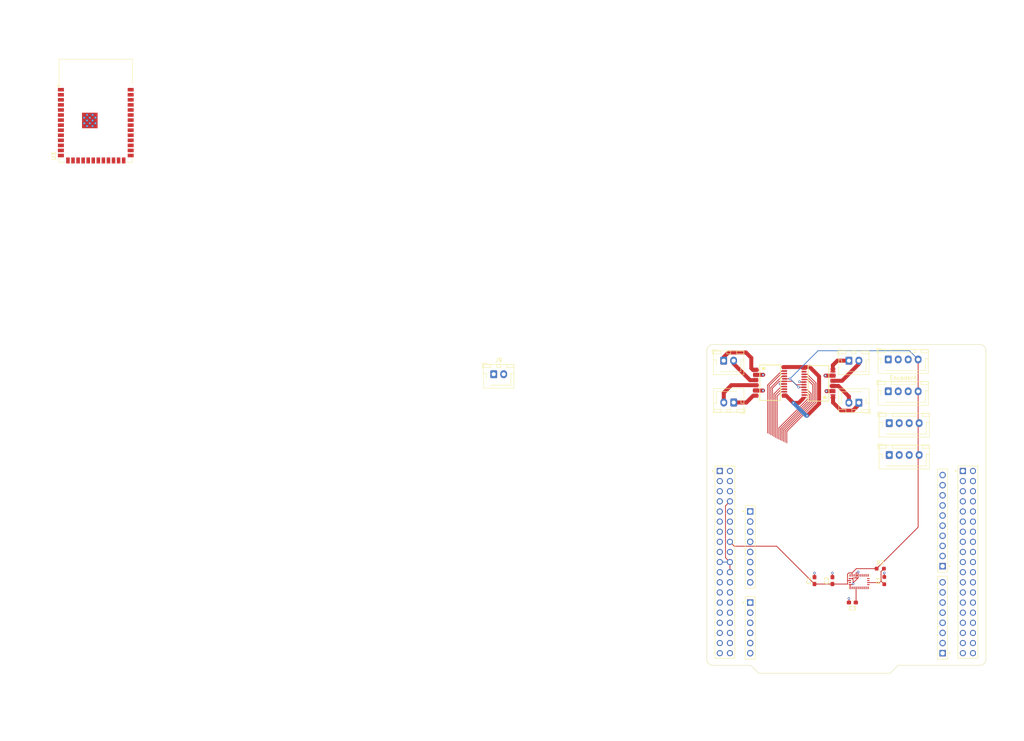
<source format=kicad_pcb>
(kicad_pcb (version 20240108) (generator "pcbnew") (generator_version "8.0")
  (layers (0 "F.Cu" signal) (31 "B.Cu" signal) (34 "B.Paste" user) (35 "F.Paste" user) (36 "B.SilkS" user "B.Silkscreen") (37 "F.SilkS" user "F.Silkscreen") (38 "B.Mask" user) (39 "F.Mask" user) (44 "Edge.Cuts" user))
  (net 0 "")
  (net 1 "MotorPWMB")
  (net 2 "3V3")
  (net 3 "GND")
  (net 4 "MotorBCW")
  (net 5 "MotorBCCW")
  (net 6 "MotorA1")
  (net 7 "6V")
  (net 8 "ESTOP")
  (net 9 "MotorB2")
  (net 10 "MotorA2")
  (net 11 "MotorB1")
  (net 12 "MotorACCW")
  (net 13 "MotorACW")
  (net 14 "MotorPWMA")
  (net 15 "MotorC1")
  (net 16 "MotorPWMD")
  (net 17 "MotorD1")
  (net 18 "MotorDCW")
  (net 19 "MotorD2")
  (net 20 "MotorPWMC")
  (net 21 "MotorC2")
  (net 22 "MotorCCW")
  (net 23 "MotorCCCW")
  (net 24 "MotorDCCW")
  (net 30 "Net-(U1A-GND_CN7-PadCN7_19)")
  (net 41 "EncoderA1")
  (net 50 "EncoderA2")
  (net 59 "SDA")
  (net 61 "Net-(U2-SA0{slash}H_MOSI)")
  (net 63 "BNO_RST")
  (net 66 "BNO_BOOTN")
  (net 67 "INTERRUPT")
  (net 69 "Net-(U2-CAP)")
  (net 72 "SCL")
  (net 73 "BNO_CLKSEL0")
  (net 77 "EncoderB1")
  (net 78 "EncoderB2")
  (net 79 "EncoderC2")
  (net 80 "EncoderC1")
  (net 81 "EncoderD2")
  (net 82 "EncoderD1")
  (net 83 "5V")
  (net 84 "Net-(U3-GND-Pad1)")
  (footprint "Capacitor_SMD:C_0603_1608Metric_Pad1.08x0.95mm_HandSolder" (layer "F.Cu") (at 140.5 111.5 90)
    (property "Reference" "C2")
    (property "Value" "0.1uF")
  )
  (footprint "TB6612FNG:SSOP24" (layer "F.Cu") (at 137 62 90)
    (property "Reference" "IC2" (hide yes))
    (property "Value" "TB6612FNG")
  )
  (footprint "Connector_JST:JST_XH_B2B-XH-AM_1x02_P2.50mm_Vertical" (layer "F.Cu") (at 113.225 56.3)
    (property "Reference" "J1" (hide yes))
    (property "Value" "MotorA")
  )
  (footprint "Connector_JST:JST_XH_B4B-XH-AM_1x04_P2.50mm_Vertical" (layer "F.Cu") (at 154.75 71.975)
    (property "Reference" "J7" (hide yes))
    (property "Value" "EncoderC")
  )
  (footprint "Capacitor_SMD:C_0603_1608Metric_Pad1.08x0.95mm_HandSolder" (layer "F.Cu") (at 136 111.5 90)
    (property "Reference" "C1")
    (property "Value" "0.1uF")
  )
  (footprint "BNO085:IC_BNO085" (layer "F.Cu") (at 147.1875 111.75)
    (property "Reference" "U2" (hide yes))
    (property "Value" "BNO085")
  )
  (footprint "RF_Module:ESP32-S3-WROOM-1" (layer "F.Cu") (at -44.25 -6.44)
    (property "Reference" "U3")
    (property "Value" "ESP32-S3-WROOM-1")
  )
  (footprint "Resistor_SMD:R_0603_1608Metric_Pad0.98x0.95mm_HandSolder" (layer "F.Cu") (at 153.5 111.5 90)
    (property "Reference" "R1")
    (property "Value" "0")
  )
  (footprint "Resistor_SMD:R_0603_1608Metric_Pad0.98x0.95mm_HandSolder" (layer "F.Cu") (at 152.5 108.5)
    (property "Reference" "R2")
    (property "Value" "DNI" (hide yes))
  )
  (footprint "TB6612FNG:SSOP24" (layer "F.Cu") (at 124.875 61.825 -90)
    (property "Reference" "IC1" (hide yes))
    (property "Value" "TB6612FNG")
  )
  (footprint "Connector_JST:JST_XH_B2B-XH-AM_1x02_P2.50mm_Vertical" (layer "F.Cu") (at 115.75 66.8 180)
    (property "Reference" "J2" (hide yes))
    (property "Value" "MotorB")
  )
  (footprint "NUCLEO-F410RB:ST_NUCLEO-F410RB" (layer "F.Cu") (at 144 93.5)
    (property "Reference" "U1" (hide yes))
    (property "Value" "NUCLEO-F410RB")
  )
  (footprint "Connector_JST:JST_XH_B2B-XH-AM_1x02_P2.50mm_Vertical" (layer "F.Cu") (at 55.55 59.7)
    (property "Reference" "J9")
    (property "Value" "ESTOP")
  )
  (footprint "Connector_JST:JST_XH_B4B-XH-AM_1x04_P2.50mm_Vertical" (layer "F.Cu") (at 154.75 79.975)
    (property "Reference" "J8" (hide yes))
    (property "Value" "EncoderD")
  )
  (footprint "Connector_JST:JST_XH_B4B-XH-AM_1x04_P2.50mm_Vertical" (layer "F.Cu") (at 154.5 56)
    (property "Reference" "J5" (hide yes))
    (property "Value" "EncoderA")
  )
  (footprint "Capacitor_SMD:C_0603_1608Metric_Pad1.08x0.95mm_HandSolder" (layer "F.Cu") (at 145.5 117 180)
    (property "Reference" "C3")
    (property "Value" "0.1uF")
  )
  (footprint "Connector_JST:JST_XH_B4B-XH-AM_1x04_P2.50mm_Vertical" (layer "F.Cu") (at 154.5 64)
    (property "Reference" "J6" (hide yes))
    (property "Value" "EncoderB")
  )
  (footprint "Connector_JST:JST_XH_B2B-XH-AM_1x02_P2.50mm_Vertical" (layer "F.Cu") (at 147.125 66.85 180)
    (property "Reference" "J3" (hide yes))
    (property "Value" "MotorC")
  )
  (footprint "Connector_JST:JST_XH_B2B-XH-AM_1x02_P2.50mm_Vertical" (layer "F.Cu") (at 144.625 56.3)
    (property "Reference" "J4" (hide yes))
    (property "Value" "MotorD")
  )
  (gr_line (start 110.5 132.75) (end 120 132.75) (stroke (width 0.05)) (layer "Edge.Cuts"))
  (gr_line (start 155 134.75) (end 157 132.75) (stroke (width 0.05)) (layer "Edge.Cuts"))
  (gr_arc (start 110.5 132.75) (mid 109.43934 132.31066) (end 109 131.25) (stroke (width 0.05)) (layer "Edge.Cuts"))
  (gr_line (start 177.5 52.25) (end 110.5 52.25) (stroke (width 0.05)) (layer "Edge.Cuts"))
  (gr_line (start 122 134.75) (end 155 134.75) (stroke (width 0.05)) (layer "Edge.Cuts"))
  (gr_arc (start 109 53.75) (mid 109.43934 52.68934) (end 110.5 52.25) (stroke (width 0.05)) (layer "Edge.Cuts"))
  (gr_arc (start 177.5 52.25) (mid 178.56066 52.68934) (end 179 53.75) (stroke (width 0.05)) (layer "Edge.Cuts"))
  (gr_line (start 157 132.75) (end 177.5 132.75) (stroke (width 0.05)) (layer "Edge.Cuts"))
  (gr_line (start 179 131.25) (end 179 53.75) (stroke (width 0.05)) (layer "Edge.Cuts"))
  (gr_line (start 120 132.75) (end 122 134.75) (stroke (width 0.05)) (layer "Edge.Cuts"))
  (gr_arc (start 179 131.25) (mid 178.56066 132.31066) (end 177.5 132.75) (stroke (width 0.05)) (layer "Edge.Cuts"))
  (gr_line (start 109 54) (end 109 131.25) (stroke (width 0.05)) (layer "Edge.Cuts"))
  (gr_line (start 109 54) (end 109 53.75) (stroke (width 0.05)) (layer "Edge.Cuts"))
  (gr_text "EncoderA" (at 158.25 60.6 0) (layer "F.SilkS") (effects (font (size 1 1))))
  (segment (start 128.5 64.1) (end 128.4 64.2) (width 0.2) (layer "F.Cu") (net 1))
  (segment (start 126.65 65.175) (end 126.65 75.8) (width 0.2) (layer "F.Cu") (net 1))
  (segment (start 128.5 64.1) (end 127.725 64.1) (width 0.2) (layer "F.Cu") (net 1))
  (segment (start 127.725 64.1) (end 126.65 65.175) (width 0.2) (layer "F.Cu") (net 1))
  (segment (start 162 81.0438) (end 162 98.0875) (width 0.2) (layer "F.Cu") (net 2))
  (segment (start 162 98.0875) (end 152.2061 107.8819) (width 0.2) (layer "F.Cu") (net 2))
  (segment (start 144.2858 109.8918) (end 144.2858 111.5) (width 0.2) (layer "F.Cu") (net 2))
  (segment (start 144.875 111.5) (end 144.3867 111.5) (width 0.2) (layer "F.Cu") (net 2))
  (segment (start 152.2061 107.8819) (end 151.588 108.5) (width 0.2) (layer "F.Cu") (net 2))
  (segment (start 162 64) (end 162 71.8) (width 0.2) (layer "F.Cu") (net 2))
  (segment (start 162.25 80.7938) (end 162.25 79.975) (width 0.2) (layer "F.Cu") (net 2))
  (segment (start 145.4375 109.5483) (end 146.4858 108.5) (width 0.2) (layer "F.Cu") (net 2))
  (segment (start 162 71.8) (end 162.075 71.8) (width 0.2) (layer "F.Cu") (net 2))
  (segment (start 145.4375 110.1875) (end 145.4375 109.5483) (width 0.2) (layer "F.Cu") (net 2))
  (segment (start 140.5 112.3625) (end 140.5 112.362) (width 0.2) (layer "F.Cu") (net 2))
  (segment (start 128.5 60.85) (end 129.85 60.85) (width 0.2) (layer "F.Cu") (net 2))
  (segment (start 162.075 71.8) (end 162.25 71.975) (width 0.2) (layer "F.Cu") (net 2))
  (segment (start 162 56) (end 162 64) (width 0.2) (layer "F.Cu") (net 2))
  (segment (start 132 62.95) (end 132.025 62.975) (width 0.2) (layer "F.Cu") (net 2))
  (segment (start 114.79 101.77) (end 115.892 102.872) (width 0.2) (layer "F.Cu") (net 2))
  (segment (start 162 71.8) (end 162 81.0438) (width 0.2) (layer "F.Cu") (net 2))
  (segment (start 144.6293 109.5483) (end 144.2858 109.8918) (width 0.2) (layer "F.Cu") (net 2))
  (segment (start 145.4375 109.5483) (end 144.6293 109.5483) (width 0.2) (layer "F.Cu") (net 2))
  (segment (start 152.2056 107.8819) (end 151.5875 108.5) (width 0.2) (layer "F.Cu") (net 2))
  (segment (start 144.3867 111.5) (end 144.2858 111.5) (width 0.2) (layer "F.Cu") (net 2))
  (segment (start 146.4858 108.5) (end 151.5875 108.5) (width 0.2) (layer "F.Cu") (net 2))
  (segment (start 136 112.362) (end 140.5 112.362) (width 0.2) (layer "F.Cu") (net 2))
  (segment (start 162 81.0438) (end 162.25 80.7938) (width 0.2) (layer "F.Cu") (net 2))
  (segment (start 115.892 102.872) (end 126.51 102.872) (width 0.2) (layer "F.Cu") (net 2))
  (segment (start 133.375 62.975) (end 132.025 62.975) (width 0.2) (layer "F.Cu") (net 2))
  (segment (start 126.51 102.872) (end 136 112.362) (width 0.2) (layer "F.Cu") (net 2))
  (segment (start 152.2061 107.8819) (end 152.2056 107.8819) (width 0.2) (layer "F.Cu") (net 2))
  (segment (start 144.2858 112.3625) (end 140.5 112.3625) (width 0.2) (layer "F.Cu") (net 2))
  (segment (start 136 112.3625) (end 136 112.362) (width 0.2) (layer "F.Cu") (net 2))
  (segment (start 144.2858 111.5) (end 144.2858 112.3625) (width 0.2) (layer "F.Cu") (net 2))
  (via (at 132.025 62.975) (size 0.6) (drill 0.3) (layers "F.Cu" "B.Cu") (net 2))
  (via (at 129.85 60.85) (size 0.6) (drill 0.3) (layers "F.Cu" "B.Cu") (net 2))
  (segment (start 136.9 53.8) (end 129.85 60.85) (width 0.2) (layer "B.Cu") (net 2))
  (segment (start 159.8 53.8) (end 136.9 53.8) (width 0.2) (layer "B.Cu") (net 2))
  (segment (start 162 56) (end 159.8 53.8) (width 0.2) (layer "B.Cu") (net 2))
  (segment (start 129.85 60.85) (end 129.9 60.85) (width 0.2) (layer "B.Cu") (net 2))
  (segment (start 129.9 60.85) (end 132.025 62.975) (width 0.2) (layer "B.Cu") (net 2))
  (segment (start 145.6875 111.2233) (end 145.6875 112.2875) (width 0.2) (layer "F.Cu") (net 3))
  (segment (start 145.4642 111) (end 145.6875 111.2233) (width 0.2) (layer "F.Cu") (net 3))
  (segment (start 146.4375 110.1875) (end 146.4375 109.5483) (width 0.2) (layer "F.Cu") (net 3))
  (segment (start 145.6875 112.0767) (end 146.9375 110.8267) (width 0.2) (layer "F.Cu") (net 3))
  (segment (start 136 110.6375) (end 136 109.5915) (width 0.2) (layer "F.Cu") (net 3))
  (segment (start 145.475 112.5) (end 144.875 112.5) (width 0.2) (layer "F.Cu") (net 3))
  (segment (start 144.9375 112.5625) (end 144.9375 113.3125) (width 0.2) (layer "F.Cu") (net 3))
  (segment (start 146.9375 109.3317) (end 146.9375 109.5483) (width 0.2) (layer "F.Cu") (net 3))
  (segment (start 140.5 109.5947) (end 140.5 110.6375) (width 0.2) (layer "F.Cu") (net 3))
  (segment (start 145.6375 110.8267) (end 145.4642 111) (width 0.2) (layer "F.Cu") (net 3))
  (segment (start 123.1 59.85) (end 122.895 60.055) (width 0.2) (layer "F.Cu") (net 3))
  (segment (start 144.875 111) (end 145.4642 111) (width 0.2) (layer "F.Cu") (net 3))
  (segment (start 145.6875 112.2875) (end 145.6875 112.0767) (width 0.2) (layer "F.Cu") (net 3))
  (segment (start 146.9375 110.1875) (end 146.9375 110.8267) (width 0.2) (layer "F.Cu") (net 3))
  (segment (start 144.875 112.5) (end 144.9375 112.5625) (width 0.2) (layer "F.Cu") (net 3))
  (segment (start 140.85 60.05) (end 138.75 60.05) (width 1) (layer "F.Cu") (net 3))
  (segment (start 145.6875 112.2875) (end 145.475 112.5) (width 0.2) (layer "F.Cu") (net 3))
  (segment (start 146.9375 109.5483) (end 146.9375 110.1875) (width 0.2) (layer "F.Cu") (net 3))
  (segment (start 132.344 61.5707) (end 132.4483 61.675) (width 0.2) (layer "F.Cu") (net 3))
  (segment (start 146.4375 110.7892) (end 146.4 110.8267) (width 0.2) (layer "F.Cu") (net 3))
  (segment (start 153.5 110.5875) (end 153.5 109.5721) (width 0.2) (layer "F.Cu") (net 3))
  (segment (start 128.5 62.15) (end 127.3566 62.15) (width 0.4) (layer "F.Cu") (net 3))
  (segment (start 146.9375 110.8267) (end 146.4 110.8267) (width 0.2) (layer "F.Cu") (net 3))
  (segment (start 146.9375 109.5483) (end 146.4375 109.5483) (width 0.2) (layer "F.Cu") (net 3))
  (segment (start 132.2309 61.5707) (end 132.344 61.5707) (width 0.2) (layer "F.Cu") (net 3))
  (segment (start 133.375 61.675) (end 132.4483 61.675) (width 0.2) (layer "F.Cu") (net 3))
  (segment (start 144.6375 116.0037) (end 144.6375 117) (width 0.2) (layer "F.Cu") (net 3))
  (segment (start 123.1 63.8) (end 121 63.8) (width 1) (layer "F.Cu") (net 3))
  (segment (start 123.15 59.85) (end 121.05 59.85) (width 1) (layer "F.Cu") (net 3))
  (segment (start 140.75 63.95) (end 139 63.95) (width 1) (layer "F.Cu") (net 3))
  (segment (start 146.4375 110.1875) (end 146.9375 110.1875) (width 0.2) (layer "F.Cu") (net 3))
  (segment (start 139.325 63.625) (end 139 63.95) (width 0.2) (layer "F.Cu") (net 3))
  (segment (start 146.4 110.8267) (end 145.6375 110.8267) (width 0.2) (layer "F.Cu") (net 3))
  (segment (start 146.4375 110.1875) (end 146.4375 110.7892) (width 0.2) (layer "F.Cu") (net 3))
  (via (at 123.1 63.8) (size 0.6) (drill 0.3) (layers "F.Cu" "B.Cu") (net 3))
  (via (at 145.6875 112.2875) (size 0.6) (drill 0.3) (layers "F.Cu" "B.Cu") (net 3))
  (via (at 146.9375 109.3317) (size 0.6) (drill 0.3) (layers "F.Cu" "B.Cu") (net 3))
  (via (at 123.1 59.85) (size 0.6) (drill 0.3) (layers "F.Cu" "B.Cu") (net 3))
  (via (at 132.2309 61.5707) (size 0.6) (drill 0.3) (layers "F.Cu" "B.Cu") (net 3))
  (via (at 127.3566 62.15) (size 0.6) (drill 0.3) (layers "F.Cu" "B.Cu") (net 3))
  (via (at 153.5 109.5721) (size 0.6) (drill 0.3) (layers "F.Cu" "B.Cu") (net 3))
  (via (at 136 109.5915) (size 0.6) (drill 0.3) (layers "F.Cu" "B.Cu") (net 3))
  (via (at 144.6375 116.0037) (size 0.6) (drill 0.3) (layers "F.Cu" "B.Cu") (net 3))
  (via (at 138.75 60.05) (size 0.6) (drill 0.3) (layers "F.Cu" "B.Cu") (net 3))
  (via (at 140.5 109.5947) (size 0.6) (drill 0.3) (layers "F.Cu" "B.Cu") (net 3))
  (via (at 139 63.95) (size 0.6) (drill 0.3) (layers "F.Cu" "B.Cu") (net 3))
  (segment (start 128.5 63.45) (end 127.675 63.45) (width 0.2) (layer "F.Cu") (net 4))
  (segment (start 127.675 63.45) (end 126.25 64.875) (width 0.2) (layer "F.Cu") (net 4))
  (segment (start 126.25 64.875) (end 126.25 75.6) (width 0.2) (layer "F.Cu") (net 4))
  (segment (start 125.85 64.625) (end 125.85 75.35) (width 0.2) (layer "F.Cu") (net 5))
  (segment (start 128.5 62.8) (end 127.675 62.8) (width 0.2) (layer "F.Cu") (net 5))
  (segment (start 127.675 62.8) (end 125.85 64.625) (width 0.2) (layer "F.Cu") (net 5))
  (segment (start 113.225 55.425) (end 114.4 54.25) (width 1) (layer "F.Cu") (net 6))
  (segment (start 121.7134 58.25) (end 121.25 58.25) (width 0.2) (layer "F.Cu") (net 6))
  (segment (start 120.15 58.2) (end 120.6 58.65) (width 1) (layer "F.Cu") (net 6))
  (segment (start 114.4 54.25) (end 118.8 54.25) (width 1) (layer "F.Cu") (net 6))
  (segment (start 120.15 55.6) (end 120.15 58.2) (width 1) (layer "F.Cu") (net 6))
  (segment (start 113.225 56.3) (end 113.225 55.425) (width 0.2) (layer "F.Cu") (net 6))
  (segment (start 118.8 54.25) (end 120.15 55.6) (width 1) (layer "F.Cu") (net 6))
  (segment (start 120.6 58.65) (end 121.55 58.65) (width 1) (layer "F.Cu") (net 6))
  (segment (start 130.7 66.9) (end 132.05 66.9) (width 1) (layer "F.Cu") (net 7))
  (segment (start 128.85 65.05) (end 128.25 65.05) (width 1) (layer "F.Cu") (net 7))
  (segment (start 137.15 60.25) (end 134.8 57.9) (width 1) (layer "F.Cu") (net 7))
  (segment (start 134.148528 70.098528) (end 137.15 67.097056) (width 1) (layer "F.Cu") (net 7))
  (segment (start 130.7 66.9) (end 128.85 65.05) (width 1) (layer "F.Cu") (net 7))
  (segment (start 134.8 57.9) (end 128.175 57.9) (width 1) (layer "F.Cu") (net 7))
  (segment (start 137.15 67.097056) (end 137.15 60.25) (width 1) (layer "F.Cu") (net 7))
  (segment (start 132.05 66.9) (end 133.125 65.825) (width 1) (layer "F.Cu") (net 7))
  (segment (start 133.0125 59.075) (end 133.375 59.075) (width 0.2) (layer "F.Cu") (net 7))
  (via (at 134.148528 70.098528) (size 0.6) (drill 0.3) (layers "F.Cu" "B.Cu") (net 7))
  (via (at 130.7 66.9) (size 0.6) (drill 0.3) (layers "F.Cu" "B.Cu") (net 7))
  (segment (start 133.898528 70.098528) (end 130.7 66.9) (width 1) (layer "B.Cu") (net 7))
  (segment (start 134.148528 70.098528) (end 133.898528 70.098528) (width 1) (layer "B.Cu") (net 7))
  (segment (start 130.55 61.5) (end 131.375 62.325) (width 0.2) (layer "F.Cu") (net 8))
  (segment (start 127.158071 61.5) (end 125.45 63.208071) (width 0.2) (layer "F.Cu") (net 8))
  (segment (start 125.45 63.208071) (end 125.45 75.1) (width 0.2) (layer "F.Cu") (net 8))
  (segment (start 128.5 61.5) (end 130.55 61.5) (width 0.2) (layer "F.Cu") (net 8))
  (segment (start 128.5 61.5) (end 127.158071 61.5) (width 0.2) (layer "F.Cu") (net 8))
  (segment (start 131.375 62.325) (end 133.375 62.325) (width 0.2) (layer "F.Cu") (net 8))
  (segment (start 113.25 64.35) (end 113.25 66.8) (width 1) (layer "F.Cu") (net 9))
  (segment (start 121.55 62.45) (end 115.15 62.45) (width 1) (layer "F.Cu") (net 9))
  (segment (start 115.15 62.45) (end 113.25 64.35) (width 1) (layer "F.Cu") (net 9))
  (segment (start 121.45 61.2) (end 119.85 61.2) (width 1) (layer "F.Cu") (net 10))
  (segment (start 119.85 61.2) (end 115.725 57.075) (width 1) (layer "F.Cu") (net 10))
  (segment (start 115.725 57.075) (end 115.725 56.3) (width 0.2) (layer "F.Cu") (net 10))
  (segment (start 120.6233 65.1) (end 118.9233 66.8) (width 1) (layer "F.Cu") (net 11))
  (segment (start 118.9233 66.8) (end 115.75 66.8) (width 1) (layer "F.Cu") (net 11))
  (segment (start 121.5 65.1) (end 120.6233 65.1) (width 1) (layer "F.Cu") (net 11))
  (segment (start 128.5 59.55) (end 127.675 59.55) (width 0.2) (layer "F.Cu") (net 12))
  (segment (start 124.65 62.575) (end 124.65 74.65) (width 0.2) (layer "F.Cu") (net 12))
  (segment (start 127.675 59.55) (end 124.65 62.575) (width 0.2) (layer "F.Cu") (net 12))
  (segment (start 125.05 63.042385) (end 125.05 74.9) (width 0.2) (layer "F.Cu") (net 13))
  (segment (start 128.5 60.2) (end 127.892385 60.2) (width 0.2) (layer "F.Cu") (net 13))
  (segment (start 127.892385 60.2) (end 125.05 63.042385) (width 0.2) (layer "F.Cu") (net 13))
  (segment (start 128.5 58.9) (end 127.759314 58.9) (width 0.2) (layer "F.Cu") (net 14))
  (segment (start 124.25 62.409314) (end 124.25 74.45) (width 0.2) (layer "F.Cu") (net 14))
  (segment (start 127.759314 58.9) (end 124.25 62.409314) (width 0.2) (layer "F.Cu") (net 14))
  (segment (start 147.125 67.325) (end 145.6 68.85) (width 1) (layer "F.Cu") (net 15))
  (segment (start 147.125 66.85) (end 147.125 67.325) (width 0.2) (layer "F.Cu") (net 15))
  (segment (start 145.6 68.85) (end 142.7 68.85) (width 1) (layer "F.Cu") (net 15))
  (segment (start 140.65 66.8) (end 140.65 65.2) (width 1) (layer "F.Cu") (net 15))
  (segment (start 142.7 68.85) (end 140.65 66.8) (width 1) (layer "F.Cu") (net 15))
  (segment (start 136.35 61.875) (end 136.35 66.765686) (width 0.2) (layer "F.Cu") (net 16))
  (segment (start 129.082843 74.032843) (end 129.05 74.065686) (width 0.2) (layer "F.Cu") (net 16))
  (segment (start 136.35 66.765686) (end 129.082843 74.032843) (width 0.2) (layer "F.Cu") (net 16))
  (segment (start 133.375 59.725) (end 134.2 59.725) (width 0.2) (layer "F.Cu") (net 16))
  (segment (start 134.2 59.725) (end 136.35 61.875) (width 0.2) (layer "F.Cu") (net 16))
  (segment (start 129.05 74.065686) (end 129.05 76.95) (width 0.2) (layer "F.Cu") (net 16))
  (segment (start 140.6 58.8) (end 140.6 57.45) (width 1) (layer "F.Cu") (net 17))
  (segment (start 140.6 57.45) (end 141.75 56.3) (width 1) (layer "F.Cu") (net 17))
  (segment (start 141.75 56.3) (end 144.625 56.3) (width 1) (layer "F.Cu") (net 17))
  (segment (start 128.65 73.9) (end 128.65 76.75) (width 0.2) (layer "F.Cu") (net 18))
  (segment (start 135.95 66.6) (end 128.65 73.9) (width 0.2) (layer "F.Cu") (net 18))
  (segment (start 133.375 60.375) (end 134.2 60.375) (width 0.2) (layer "F.Cu") (net 18))
  (segment (start 134.2 60.375) (end 135.95 62.125) (width 0.2) (layer "F.Cu") (net 18))
  (segment (start 135.95 62.125) (end 135.95 66.6) (width 0.2) (layer "F.Cu") (net 18))
  (segment (start 142.9 61.35) (end 140.45 61.35) (width 1) (layer "F.Cu") (net 19))
  (segment (start 147.125 57.125) (end 142.9 61.35) (width 1) (layer "F.Cu") (net 19))
  (segment (start 147.125 56.3) (end 147.125 57.125) (width 0.2) (layer "F.Cu") (net 19))
  (segment (start 134.35 65.9) (end 127.05 73.2) (width 0.2) (layer "F.Cu") (net 20))
  (segment (start 127.05 75.85) (end 127.05 76) (width 0.2) (layer "F.Cu") (net 20))
  (segment (start 127.05 73.2) (end 127.05 75.85) (width 0.2) (layer "F.Cu") (net 20))
  (segment (start 134.35 65.075) (end 134.35 65.9) (width 0.2) (layer "F.Cu") (net 20))
  (segment (start 133.375 64.925) (end 134.2 64.925) (width 0.2) (layer "F.Cu") (net 20))
  (segment (start 134.2 64.925) (end 134.35 65.075) (width 0.2) (layer "F.Cu") (net 20))
  (segment (start 140.1617 62.325) (end 140.625 62.325) (width 0.2) (layer "F.Cu") (net 21))
  (segment (start 142 62.65) (end 144.625 65.275) (width 1) (layer "F.Cu") (net 21))
  (segment (start 140.3 62.65) (end 142 62.65) (width 1) (layer "F.Cu") (net 21))
  (segment (start 144.625 65.275) (end 144.625 66.85) (width 1) (layer "F.Cu") (net 21))
  (segment (start 133.375 63.625) (end 134.2 63.625) (width 0.2) (layer "F.Cu") (net 22))
  (segment (start 134.2 63.625) (end 135.15 64.575) (width 0.2) (layer "F.Cu") (net 22))
  (segment (start 128.007843 73.407843) (end 127.85 73.565686) (width 0.2) (layer "F.Cu") (net 22))
  (segment (start 127.85 73.565686) (end 127.85 74.4) (width 0.2) (layer "F.Cu") (net 22))
  (segment (start 127.85 74.4) (end 127.85 76.35) (width 0.2) (layer "F.Cu") (net 22))
  (segment (start 135.15 66.265686) (end 128.007843 73.407843) (width 0.2) (layer "F.Cu") (net 22))
  (segment (start 135.15 64.575) (end 135.15 66.265686) (width 0.2) (layer "F.Cu") (net 22))
  (segment (start 127.45 73.4) (end 127.45 76.2) (width 0.2) (layer "F.Cu") (net 23))
  (segment (start 134.2 64.275) (end 134.75 64.825) (width 0.2) (layer "F.Cu") (net 23))
  (segment (start 134.75 64.825) (end 134.75 66.1) (width 0.2) (layer "F.Cu") (net 23))
  (segment (start 133.375 64.275) (end 134.2 64.275) (width 0.2) (layer "F.Cu") (net 23))
  (segment (start 134.75 66.1) (end 127.45 73.4) (width 0.2) (layer "F.Cu") (net 23))
  (segment (start 128.25 76.45) (end 128.25 76.55) (width 0.2) (layer "F.Cu") (net 24))
  (segment (start 128.340686 73.640686) (end 128.25 73.731372) (width 0.2) (layer "F.Cu") (net 24))
  (segment (start 128.25 73.731372) (end 128.25 76.45) (width 0.2) (layer "F.Cu") (net 24))
  (segment (start 133.375 61.025) (end 134.2 61.025) (width 0.2) (layer "F.Cu") (net 24))
  (segment (start 135.55 62.375) (end 135.55 66.431372) (width 0.2) (layer "F.Cu") (net 24))
  (segment (start 134.2 61.025) (end 135.55 62.375) (width 0.2) (layer "F.Cu") (net 24))
  (segment (start 135.55 66.431372) (end 128.340686 73.640686) (width 0.2) (layer "F.Cu") (net 24))
  (segment (start 113.6787 105.7387) (end 114.79 106.85) (width 0.2) (layer "F.Cu") (net 30))
  (segment (start 114.79 106.85) (end 114.79 109.39) (width 0.2) (layer "F.Cu") (net 30))
  (segment (start 113.6787 92.7213) (end 113.6787 105.7387) (width 0.2) (layer "F.Cu") (net 30))
  (segment (start 114.79 91.61) (end 113.6787 92.7213) (width 0.2) (layer "F.Cu") (net 30))
  (segment (start 112.25 106.85) (end 114.79 106.85) (width 0.2) (layer "B.Cu") (net 30))
  (segment (start 152.7008 111.6133) (end 152.7008 109.2117) (width 0.2) (layer "F.Cu") (net 61))
  (segment (start 152.3141 112) (end 149.5 112) (width 0.2) (layer "F.Cu") (net 61))
  (segment (start 153.5 112.4125) (end 152.7008 111.6133) (width 0.2) (layer "F.Cu") (net 61))
  (segment (start 152.7008 109.2117) (end 153.4125 108.5) (width 0.2) (layer "F.Cu") (net 61))
  (segment (start 152.7008 111.6133) (end 152.3141 112) (width 0.2) (layer "F.Cu") (net 61))
  (segment (start 146.4375 116.925) (end 146.3625 117) (width 0.2) (layer "F.Cu") (net 69))
  (segment (start 146.4375 113.3125) (end 146.4375 116.925) (width 0.2) (layer "F.Cu") (net 69))
)
</source>
